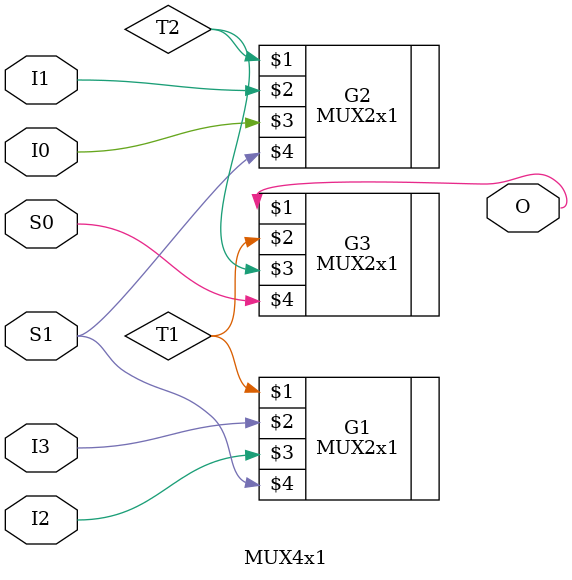
<source format=v>
module MUX4x1(O, I0, I1, I2, I3, S0, S1);
    output O;
    input I0, I1, I2, I3, S0, S1;
    wire T1, T2;

    MUX2x1 G1(T1, I3, I2, S1);
    MUX2x1 G2(T2, I1, I0, S1);
    MUX2x1 G3(O, T1, T2, S0);

endmodule

</source>
